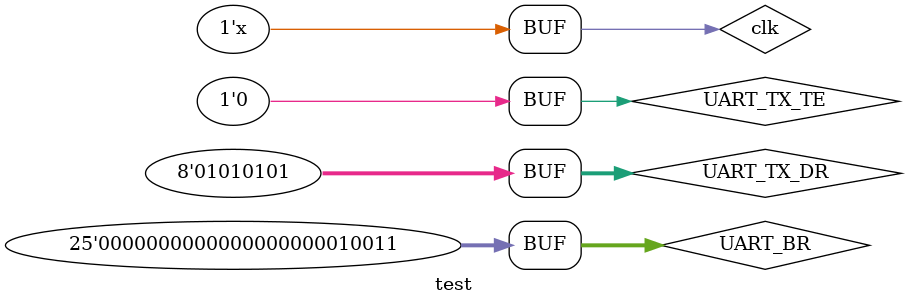
<source format=v>
module test;
//input clock source
reg clk;
//setup register
reg [24:0] UART_BR; // Baudrate register
wire [7:0] UART_SR;
//RX
//output RX register
wire [7:0] UART_RX_DR;
//TX
//input pin
reg UART_TX_TE;
reg [7:0] UART_TX_DR;
//output TX pin
wire UART_TX;

UART dut(
	//input clock source
    .clk(clk),
	//setup register
    .UART_BR(UART_BR), // Baudrate register
	.UART_SR(UART_SR),
//RX
	//input pin
	.UART_RX(UART_TX),
	//output RX register
    .UART_RX_DR(UART_RX_DR),
//TX
	//input pin
	.UART_TX_TE(UART_TX_TE),
	.UART_TX_DR(UART_TX_DR),
	//output TX pin
    .UART_TX(UART_TX)
);

always #1 clk=~clk;

initial begin
	clk = 1;
	UART_BR = 25'd19;
	UART_TX_DR = 7'd85;

	#5 UART_TX_TE = 1'b0;
	#5 UART_TX_TE = 1'b1;
	#5 UART_TX_TE = 1'b0;
end

endmodule
</source>
